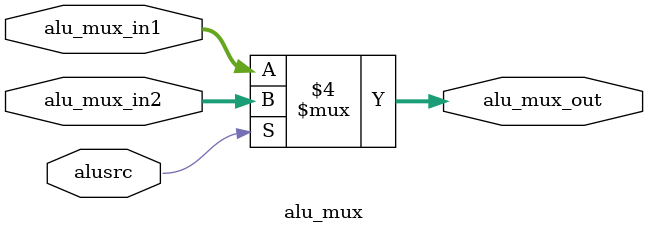
<source format=v>
module alu_mux(input [31:0] alu_mux_in1, input [31:0] alu_mux_in2, input alusrc, output [31:0] alu_mux_out);

wire [31:0] alu_mux_in1, alu_mux_in2;
wire alusrc;
reg [31:0] alu_mux_out;

always @(*) begin
	if (alusrc == 1'b1) begin
		alu_mux_out = alu_mux_in2; // ~tipo R
	end else begin
		alu_mux_out = alu_mux_in1; // tipo R
	end
end

endmodule

</source>
